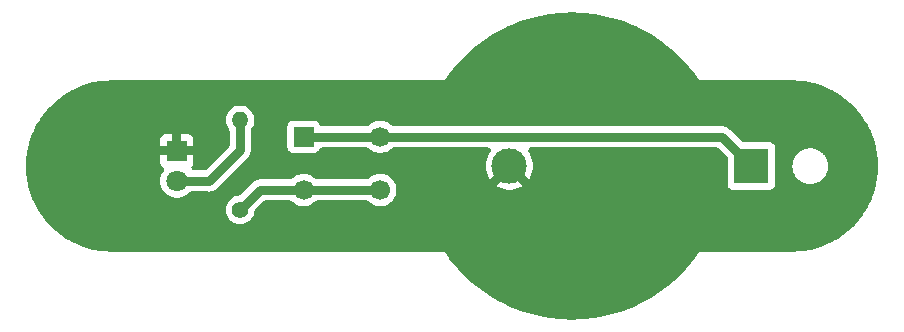
<source format=gbr>
%TF.GenerationSoftware,KiCad,Pcbnew,7.0.7*%
%TF.CreationDate,2023-12-09T08:55:25-03:00*%
%TF.ProjectId,led_torch,6c65645f-746f-4726-9368-2e6b69636164,A*%
%TF.SameCoordinates,Original*%
%TF.FileFunction,Copper,L2,Bot*%
%TF.FilePolarity,Positive*%
%FSLAX46Y46*%
G04 Gerber Fmt 4.6, Leading zero omitted, Abs format (unit mm)*
G04 Created by KiCad (PCBNEW 7.0.7) date 2023-12-09 08:55:25*
%MOMM*%
%LPD*%
G01*
G04 APERTURE LIST*
%TA.AperFunction,ComponentPad*%
%ADD10R,1.700000X1.700000*%
%TD*%
%TA.AperFunction,ComponentPad*%
%ADD11C,1.700000*%
%TD*%
%TA.AperFunction,ComponentPad*%
%ADD12C,1.400000*%
%TD*%
%TA.AperFunction,ComponentPad*%
%ADD13O,1.400000X1.400000*%
%TD*%
%TA.AperFunction,ComponentPad*%
%ADD14R,1.800000X1.800000*%
%TD*%
%TA.AperFunction,ComponentPad*%
%ADD15C,1.800000*%
%TD*%
%TA.AperFunction,ComponentPad*%
%ADD16R,3.000000X3.000000*%
%TD*%
%TA.AperFunction,ComponentPad*%
%ADD17C,3.000000*%
%TD*%
%TA.AperFunction,Conductor*%
%ADD18C,0.762000*%
%TD*%
G04 APERTURE END LIST*
D10*
%TO.P,SW1,1,1*%
%TO.N,/VCC*%
X130378676Y-101183148D03*
D11*
X136878676Y-101183148D03*
%TO.P,SW1,2,2*%
%TO.N,/SW*%
X130378676Y-105683148D03*
X136878676Y-105683148D03*
%TD*%
D12*
%TO.P,R1,1*%
%TO.N,/SW*%
X125003676Y-107368148D03*
D13*
%TO.P,R1,2*%
%TO.N,/ANODE*%
X125003676Y-99748148D03*
%TD*%
D14*
%TO.P,D1,1,K*%
%TO.N,/GND*%
X119653676Y-102383148D03*
D15*
%TO.P,D1,2,A*%
%TO.N,/ANODE*%
X119653676Y-104923148D03*
%TD*%
D16*
%TO.P,BT1,1,+*%
%TO.N,/VCC*%
X168303677Y-103658148D03*
D17*
%TO.P,BT1,2,-*%
%TO.N,/GND*%
X147813677Y-103658148D03*
%TD*%
D18*
%TO.N,/VCC*%
X165828677Y-101183148D02*
X136878676Y-101183148D01*
X136878676Y-101183148D02*
X130378676Y-101183148D01*
X168303677Y-103658148D02*
X165828677Y-101183148D01*
%TO.N,/ANODE*%
X119653676Y-104923148D02*
X122406852Y-104923148D01*
X125003676Y-102326324D02*
X125003676Y-99748148D01*
X122406852Y-104923148D02*
X125003676Y-102326324D01*
%TO.N,/SW*%
X130378676Y-105683148D02*
X126688676Y-105683148D01*
X126688676Y-105683148D02*
X125003676Y-107368148D01*
X130378676Y-105683148D02*
X136878676Y-105683148D01*
%TD*%
%TA.AperFunction,Conductor*%
%TO.N,/GND*%
G36*
X153271835Y-90656550D02*
G01*
X153277108Y-90656693D01*
X153651513Y-90666905D01*
X153988376Y-90685800D01*
X154367063Y-90716803D01*
X154702120Y-90754491D01*
X155078803Y-90806081D01*
X155410939Y-90862406D01*
X155784550Y-90934465D01*
X156112670Y-91009205D01*
X156466879Y-91097749D01*
X156482205Y-91101580D01*
X156805127Y-91194417D01*
X156856346Y-91210225D01*
X157169641Y-91306925D01*
X157486134Y-91417429D01*
X157844688Y-91549857D01*
X158122525Y-91664679D01*
X158153718Y-91677570D01*
X158505366Y-91829664D01*
X158805658Y-91973933D01*
X159149663Y-92145504D01*
X159440002Y-92305571D01*
X159775547Y-92496385D01*
X160049306Y-92667952D01*
X160054824Y-92671410D01*
X160381164Y-92881269D01*
X160646732Y-93069182D01*
X160647946Y-93070041D01*
X160870308Y-93230779D01*
X160962302Y-93297279D01*
X160966910Y-93300773D01*
X161194778Y-93481963D01*
X161217438Y-93499981D01*
X161521912Y-93746364D01*
X161526486Y-93750248D01*
X161761168Y-93959324D01*
X161976042Y-94153463D01*
X162055937Y-94225649D01*
X162060417Y-94229902D01*
X162276614Y-94445379D01*
X162322931Y-94492047D01*
X162562696Y-94733630D01*
X162567083Y-94738279D01*
X162759976Y-94953350D01*
X163040725Y-95268839D01*
X163044976Y-95273874D01*
X163201663Y-95469585D01*
X163488508Y-95829588D01*
X163492593Y-95835007D01*
X163527466Y-95883944D01*
X163884975Y-96386467D01*
X163897134Y-96408380D01*
X163897898Y-96409303D01*
X163901739Y-96410048D01*
X163901740Y-96410050D01*
X163901741Y-96410049D01*
X163928294Y-96415206D01*
X163928757Y-96415012D01*
X163979598Y-96409843D01*
X171778676Y-96408648D01*
X172303236Y-96427818D01*
X172312430Y-96428490D01*
X172680570Y-96468997D01*
X172835435Y-96486446D01*
X172844200Y-96487747D01*
X173169626Y-96547856D01*
X173362242Y-96584302D01*
X173370665Y-96586197D01*
X173674259Y-96665566D01*
X173880352Y-96720789D01*
X173888429Y-96723246D01*
X174176429Y-96821498D01*
X174386973Y-96895170D01*
X174394632Y-96898134D01*
X174588979Y-96980723D01*
X174669281Y-97014848D01*
X174879273Y-97106466D01*
X174886490Y-97109890D01*
X175072528Y-97205539D01*
X175148376Y-97244536D01*
X175354619Y-97353538D01*
X175361390Y-97357388D01*
X175532046Y-97461538D01*
X175610274Y-97509280D01*
X175810420Y-97635041D01*
X175816725Y-97639271D01*
X176052059Y-97807638D01*
X176052489Y-97807955D01*
X176244181Y-97949430D01*
X176249949Y-97953952D01*
X176403042Y-98081357D01*
X176471113Y-98138006D01*
X176653499Y-98294962D01*
X176658774Y-98299768D01*
X176864984Y-98498579D01*
X177036170Y-98669765D01*
X177040935Y-98674799D01*
X177231416Y-98887388D01*
X177390111Y-99071795D01*
X177394353Y-99076997D01*
X177568330Y-99302305D01*
X177713378Y-99498838D01*
X177717078Y-99504129D01*
X177862845Y-99724457D01*
X177873833Y-99741065D01*
X178004200Y-99948543D01*
X178007402Y-99953930D01*
X178016357Y-99969885D01*
X178146205Y-100201250D01*
X178261036Y-100418523D01*
X178263735Y-100423938D01*
X178383943Y-100680364D01*
X178482451Y-100906147D01*
X178484659Y-100911544D01*
X178585723Y-101175785D01*
X178668171Y-101411406D01*
X178750431Y-101684828D01*
X178815112Y-101926221D01*
X178877145Y-102204698D01*
X178923642Y-102450441D01*
X178965161Y-102732553D01*
X178993177Y-102981203D01*
X179013987Y-103265530D01*
X179023345Y-103515619D01*
X179023345Y-103800680D01*
X179013987Y-104050769D01*
X178993177Y-104335096D01*
X178965161Y-104583746D01*
X178923642Y-104865858D01*
X178877145Y-105111601D01*
X178815112Y-105390078D01*
X178750431Y-105631471D01*
X178668171Y-105904893D01*
X178585723Y-106140514D01*
X178484659Y-106404754D01*
X178482451Y-106410151D01*
X178383943Y-106635935D01*
X178263735Y-106892360D01*
X178261036Y-106897775D01*
X178146205Y-107115049D01*
X178007404Y-107362364D01*
X178004201Y-107367755D01*
X177873833Y-107575234D01*
X177717099Y-107812139D01*
X177713379Y-107817460D01*
X177568330Y-108013994D01*
X177394352Y-108239301D01*
X177390111Y-108244503D01*
X177231416Y-108428911D01*
X177040935Y-108641499D01*
X177036170Y-108646533D01*
X176864984Y-108817720D01*
X176658774Y-109016530D01*
X176653488Y-109021346D01*
X176471120Y-109178287D01*
X176249969Y-109362330D01*
X176244167Y-109366878D01*
X176052059Y-109508661D01*
X175816725Y-109677027D01*
X175810421Y-109681257D01*
X175610274Y-109807019D01*
X175361410Y-109958898D01*
X175354619Y-109962760D01*
X175148376Y-110071762D01*
X174886516Y-110206395D01*
X174879259Y-110209839D01*
X174669281Y-110301451D01*
X174394651Y-110418156D01*
X174386955Y-110421135D01*
X174176436Y-110494799D01*
X173888437Y-110593049D01*
X173880331Y-110595515D01*
X173674179Y-110650753D01*
X173370709Y-110730091D01*
X173362228Y-110731999D01*
X173169429Y-110768479D01*
X172844221Y-110828547D01*
X172835405Y-110829856D01*
X172680535Y-110847306D01*
X172312453Y-110887807D01*
X172303234Y-110888481D01*
X171778775Y-110907648D01*
X163979270Y-110906451D01*
X163940423Y-110898717D01*
X163898292Y-110906917D01*
X163896387Y-110909235D01*
X163884935Y-110929887D01*
X163529411Y-111429621D01*
X163492559Y-111481332D01*
X163488476Y-111486748D01*
X163202416Y-111845768D01*
X163044941Y-112042462D01*
X163040690Y-112047497D01*
X162760477Y-112362384D01*
X162567054Y-112578047D01*
X162562666Y-112582697D01*
X162276960Y-112870570D01*
X162060374Y-113086434D01*
X162055880Y-113090699D01*
X161761486Y-113356689D01*
X161526428Y-113566095D01*
X161521856Y-113569978D01*
X161217698Y-113816107D01*
X160966887Y-114015540D01*
X160962264Y-114019046D01*
X160648159Y-114246103D01*
X160381104Y-114435068D01*
X160055008Y-114644770D01*
X159775492Y-114819944D01*
X159440223Y-115010601D01*
X159149582Y-115170835D01*
X158805845Y-115342271D01*
X158505313Y-115486657D01*
X158153849Y-115638671D01*
X157844628Y-115766463D01*
X157486311Y-115898804D01*
X157169542Y-116009403D01*
X156805270Y-116121837D01*
X156482124Y-116214739D01*
X156112836Y-116307052D01*
X155784453Y-116381852D01*
X155411110Y-116453859D01*
X155078696Y-116510232D01*
X154702271Y-116561787D01*
X154366938Y-116599505D01*
X153988508Y-116630488D01*
X153651388Y-116649397D01*
X153271945Y-116659745D01*
X152934255Y-116659765D01*
X152554795Y-116649458D01*
X152217690Y-116630587D01*
X151839249Y-116599646D01*
X151503907Y-116561965D01*
X151127486Y-116510454D01*
X150795075Y-116454120D01*
X150421685Y-116382147D01*
X150093352Y-116307396D01*
X149724013Y-116215115D01*
X149400861Y-116122251D01*
X149036583Y-116009860D01*
X148719802Y-115899296D01*
X148361469Y-115766994D01*
X148052215Y-115639230D01*
X147700758Y-115487265D01*
X147400173Y-115342896D01*
X147056461Y-115171519D01*
X146852106Y-115058887D01*
X146765731Y-115011280D01*
X146764537Y-115010601D01*
X146430500Y-114820693D01*
X146429304Y-114819944D01*
X146150950Y-114645540D01*
X145824843Y-114435883D01*
X145557735Y-114246925D01*
X145243648Y-114019935D01*
X145239024Y-114016429D01*
X144988176Y-113817012D01*
X144683983Y-113570914D01*
X144679409Y-113567030D01*
X144444339Y-113357657D01*
X144149927Y-113091712D01*
X144145432Y-113087448D01*
X143928728Y-112871513D01*
X143643075Y-112583759D01*
X143638687Y-112579110D01*
X143637733Y-112578047D01*
X143445147Y-112363365D01*
X143164993Y-112048616D01*
X143160742Y-112043582D01*
X143120682Y-111993557D01*
X143003191Y-111846838D01*
X142856561Y-111662854D01*
X142717139Y-111487912D01*
X142713054Y-111482494D01*
X142676006Y-111430518D01*
X142320956Y-110931570D01*
X142309350Y-110910537D01*
X142307398Y-110908159D01*
X142277388Y-110902257D01*
X142276374Y-110902680D01*
X142226482Y-110907648D01*
X114128676Y-110907648D01*
X113604118Y-110888476D01*
X113594900Y-110887802D01*
X113223775Y-110846966D01*
X113072056Y-110829871D01*
X113063240Y-110828562D01*
X112735951Y-110768109D01*
X112545255Y-110732027D01*
X112536774Y-110730119D01*
X112231864Y-110650405D01*
X112027126Y-110595546D01*
X112019020Y-110593080D01*
X111729983Y-110494474D01*
X111650091Y-110466518D01*
X111520498Y-110421172D01*
X111512820Y-110418200D01*
X111237340Y-110301134D01*
X111028202Y-110209887D01*
X111020946Y-110206443D01*
X110758377Y-110071448D01*
X110552841Y-109962817D01*
X110546050Y-109958956D01*
X110296577Y-109806705D01*
X110097044Y-109681330D01*
X110090749Y-109677106D01*
X109854863Y-109508344D01*
X109663296Y-109366960D01*
X109657495Y-109362412D01*
X109435874Y-109177977D01*
X109253970Y-109021436D01*
X109248684Y-109016620D01*
X109042050Y-108817401D01*
X108871291Y-108646642D01*
X108866538Y-108641622D01*
X108720231Y-108478333D01*
X108675669Y-108428599D01*
X108661242Y-108411834D01*
X108517323Y-108244598D01*
X108513141Y-108239469D01*
X108338800Y-108013690D01*
X108310025Y-107974702D01*
X108194055Y-107817567D01*
X108190374Y-107812303D01*
X108083224Y-107650346D01*
X108033343Y-107574949D01*
X107932360Y-107414237D01*
X107903403Y-107368151D01*
X123790560Y-107368151D01*
X123808988Y-107578793D01*
X123808990Y-107578803D01*
X123863719Y-107783057D01*
X123953084Y-107974702D01*
X123953087Y-107974706D01*
X124074375Y-108147924D01*
X124223900Y-108297449D01*
X124397118Y-108418737D01*
X124397121Y-108418739D01*
X124505042Y-108469063D01*
X124588766Y-108508104D01*
X124793021Y-108562834D01*
X124793028Y-108562834D01*
X124793030Y-108562835D01*
X125003673Y-108581264D01*
X125003676Y-108581264D01*
X125003679Y-108581264D01*
X125214321Y-108562835D01*
X125214322Y-108562834D01*
X125214331Y-108562834D01*
X125418586Y-108508104D01*
X125610234Y-108418737D01*
X125783452Y-108297449D01*
X125932977Y-108147924D01*
X126054265Y-107974706D01*
X126143632Y-107783058D01*
X126198362Y-107578803D01*
X126204468Y-107509003D01*
X126232090Y-107414237D01*
X126277604Y-107352162D01*
X126983016Y-106646750D01*
X127065096Y-106591906D01*
X127161915Y-106572648D01*
X129240062Y-106572648D01*
X129336881Y-106591906D01*
X129418960Y-106646750D01*
X129426199Y-106654295D01*
X129455433Y-106686051D01*
X129455436Y-106686054D01*
X129633100Y-106824337D01*
X129831102Y-106931490D01*
X130044041Y-107004592D01*
X130265294Y-107041512D01*
X130266101Y-107041647D01*
X130266104Y-107041648D01*
X130266107Y-107041648D01*
X130491248Y-107041648D01*
X130491249Y-107041647D01*
X130713311Y-107004592D01*
X130926250Y-106931490D01*
X131124252Y-106824337D01*
X131301916Y-106686054D01*
X131331151Y-106654295D01*
X131410896Y-106596107D01*
X131506836Y-106572864D01*
X131517290Y-106572648D01*
X135740062Y-106572648D01*
X135836881Y-106591906D01*
X135918960Y-106646750D01*
X135926199Y-106654295D01*
X135955433Y-106686051D01*
X135955436Y-106686054D01*
X136133100Y-106824337D01*
X136331102Y-106931490D01*
X136544041Y-107004592D01*
X136765294Y-107041512D01*
X136766101Y-107041647D01*
X136766104Y-107041648D01*
X136766107Y-107041648D01*
X136991248Y-107041648D01*
X136991249Y-107041647D01*
X137213311Y-107004592D01*
X137426250Y-106931490D01*
X137624252Y-106824337D01*
X137801916Y-106686054D01*
X137954398Y-106520416D01*
X138077536Y-106331939D01*
X138167972Y-106125764D01*
X138223240Y-105907516D01*
X138241832Y-105683148D01*
X138223240Y-105458780D01*
X138167972Y-105240532D01*
X138100881Y-105087578D01*
X138077537Y-105034358D01*
X137954397Y-104845878D01*
X137801922Y-104680248D01*
X137801919Y-104680245D01*
X137801916Y-104680242D01*
X137624252Y-104541959D01*
X137426250Y-104434806D01*
X137213311Y-104361704D01*
X137213310Y-104361703D01*
X137213308Y-104361703D01*
X136991249Y-104324648D01*
X136991245Y-104324648D01*
X136766107Y-104324648D01*
X136766103Y-104324648D01*
X136544043Y-104361703D01*
X136502092Y-104376105D01*
X136331102Y-104434806D01*
X136331100Y-104434806D01*
X136331100Y-104434807D01*
X136133099Y-104541959D01*
X135955433Y-104680244D01*
X135926199Y-104712001D01*
X135846456Y-104770189D01*
X135750516Y-104793432D01*
X135740062Y-104793648D01*
X131517290Y-104793648D01*
X131420471Y-104774390D01*
X131338392Y-104719546D01*
X131331153Y-104712001D01*
X131301918Y-104680244D01*
X131301917Y-104680243D01*
X131301916Y-104680242D01*
X131124252Y-104541959D01*
X130926250Y-104434806D01*
X130713311Y-104361704D01*
X130713310Y-104361703D01*
X130713308Y-104361703D01*
X130491249Y-104324648D01*
X130491245Y-104324648D01*
X130266107Y-104324648D01*
X130266103Y-104324648D01*
X130044043Y-104361703D01*
X130002092Y-104376105D01*
X129831102Y-104434806D01*
X129831100Y-104434806D01*
X129831100Y-104434807D01*
X129633099Y-104541959D01*
X129455433Y-104680244D01*
X129426199Y-104712001D01*
X129346456Y-104770189D01*
X129250516Y-104793432D01*
X129240062Y-104793648D01*
X126778592Y-104793648D01*
X126739016Y-104790533D01*
X126735486Y-104789974D01*
X126735484Y-104789974D01*
X126726967Y-104790420D01*
X126668663Y-104793475D01*
X126662070Y-104793648D01*
X126642047Y-104793648D01*
X126622154Y-104795739D01*
X126615556Y-104796258D01*
X126554409Y-104799462D01*
X126548761Y-104799759D01*
X126548760Y-104799759D01*
X126548746Y-104799761D01*
X126545285Y-104800689D01*
X126506281Y-104807918D01*
X126502728Y-104808291D01*
X126502711Y-104808295D01*
X126439101Y-104828963D01*
X126432753Y-104830843D01*
X126368153Y-104848153D01*
X126368149Y-104848155D01*
X126364956Y-104849782D01*
X126328298Y-104864966D01*
X126324891Y-104866072D01*
X126266965Y-104899516D01*
X126261146Y-104902675D01*
X126201549Y-104933041D01*
X126201546Y-104933043D01*
X126198761Y-104935299D01*
X126166065Y-104957770D01*
X126162966Y-104959558D01*
X126162962Y-104959561D01*
X126113252Y-105004320D01*
X126108221Y-105008616D01*
X126092668Y-105021211D01*
X126078515Y-105035364D01*
X126073719Y-105039915D01*
X126024007Y-105084678D01*
X126024004Y-105084682D01*
X126021900Y-105087578D01*
X125996125Y-105117754D01*
X125019663Y-106094216D01*
X124937584Y-106149060D01*
X124862818Y-106167355D01*
X124831724Y-106170075D01*
X124793021Y-106173462D01*
X124793019Y-106173462D01*
X124793013Y-106173463D01*
X124588767Y-106228191D01*
X124397121Y-106317556D01*
X124223898Y-106438848D01*
X124074376Y-106588370D01*
X123953084Y-106761593D01*
X123863719Y-106953238D01*
X123808990Y-107157492D01*
X123808988Y-107157502D01*
X123790560Y-107368144D01*
X123790560Y-107368151D01*
X107903403Y-107368151D01*
X107903216Y-107367854D01*
X107900039Y-107362508D01*
X107784979Y-107157493D01*
X107761000Y-107114766D01*
X107691266Y-106982823D01*
X107646390Y-106897915D01*
X107643697Y-106892509D01*
X107523289Y-106635655D01*
X107424973Y-106410312D01*
X107422769Y-106404924D01*
X107394743Y-106331648D01*
X107321534Y-106140236D01*
X107309674Y-106106342D01*
X107239243Y-105905060D01*
X107156854Y-105631209D01*
X107139480Y-105566369D01*
X107092292Y-105390260D01*
X107030162Y-105111354D01*
X106994552Y-104923148D01*
X118240349Y-104923148D01*
X118242262Y-104946231D01*
X118259624Y-105155771D01*
X118259625Y-105155777D01*
X118315966Y-105378262D01*
X118316927Y-105382055D01*
X118410692Y-105595817D01*
X118410695Y-105595823D01*
X118482104Y-105705122D01*
X118538362Y-105791231D01*
X118696456Y-105962966D01*
X118696460Y-105962969D01*
X118696462Y-105962971D01*
X118880657Y-106106337D01*
X118880666Y-106106342D01*
X118943323Y-106140250D01*
X119085949Y-106217435D01*
X119306725Y-106293228D01*
X119306729Y-106293228D01*
X119306730Y-106293229D01*
X119536960Y-106331648D01*
X119536964Y-106331648D01*
X119770391Y-106331648D01*
X120000621Y-106293229D01*
X120000620Y-106293229D01*
X120000627Y-106293228D01*
X120221403Y-106217435D01*
X120426693Y-106106338D01*
X120610896Y-105962966D01*
X120674113Y-105894294D01*
X120753855Y-105836107D01*
X120849795Y-105812864D01*
X120860250Y-105812648D01*
X122316936Y-105812648D01*
X122356511Y-105815762D01*
X122360042Y-105816322D01*
X122426864Y-105812820D01*
X122433458Y-105812648D01*
X122453472Y-105812648D01*
X122473381Y-105810554D01*
X122479944Y-105810037D01*
X122546767Y-105806537D01*
X122550215Y-105805612D01*
X122589270Y-105798375D01*
X122590710Y-105798223D01*
X122592808Y-105798003D01*
X122656445Y-105777325D01*
X122662752Y-105775457D01*
X122727376Y-105758142D01*
X122730549Y-105756524D01*
X122767248Y-105741323D01*
X122770637Y-105740223D01*
X122828599Y-105706757D01*
X122834369Y-105703625D01*
X122893977Y-105673255D01*
X122896739Y-105671017D01*
X122929480Y-105648514D01*
X122932567Y-105646733D01*
X122982270Y-105601978D01*
X122987292Y-105597689D01*
X123002858Y-105585085D01*
X123017026Y-105570915D01*
X123021779Y-105566404D01*
X123071521Y-105521618D01*
X123073616Y-105518733D01*
X123099401Y-105488540D01*
X125569068Y-103018873D01*
X125599261Y-102993088D01*
X125602146Y-102990993D01*
X125646932Y-102941251D01*
X125651443Y-102936498D01*
X125665613Y-102922330D01*
X125678217Y-102906764D01*
X125682511Y-102901738D01*
X125727261Y-102852039D01*
X125729042Y-102848952D01*
X125751545Y-102816211D01*
X125753783Y-102813449D01*
X125784153Y-102753841D01*
X125787285Y-102748071D01*
X125820751Y-102690109D01*
X125821851Y-102686720D01*
X125837052Y-102650021D01*
X125838670Y-102646848D01*
X125855985Y-102582224D01*
X125857853Y-102575917D01*
X125878531Y-102512280D01*
X125878903Y-102508742D01*
X125886140Y-102469687D01*
X125887065Y-102466239D01*
X125890565Y-102399416D01*
X125891084Y-102392836D01*
X125893176Y-102372944D01*
X125893176Y-102352930D01*
X125893348Y-102346336D01*
X125896850Y-102279514D01*
X125896291Y-102275983D01*
X125893176Y-102236407D01*
X125893176Y-102081782D01*
X129020176Y-102081782D01*
X129020177Y-102081802D01*
X129026685Y-102142344D01*
X129030997Y-102153904D01*
X129077787Y-102279352D01*
X129077788Y-102279353D01*
X129077789Y-102279356D01*
X129165413Y-102396407D01*
X129165416Y-102396410D01*
X129282467Y-102484034D01*
X129282468Y-102484034D01*
X129282472Y-102484037D01*
X129419475Y-102535137D01*
X129419478Y-102535137D01*
X129419480Y-102535138D01*
X129419478Y-102535138D01*
X129467741Y-102540326D01*
X129480038Y-102541648D01*
X129480041Y-102541648D01*
X131277311Y-102541648D01*
X131277314Y-102541648D01*
X131300155Y-102539192D01*
X131337872Y-102535138D01*
X131337873Y-102535137D01*
X131337877Y-102535137D01*
X131474880Y-102484037D01*
X131591937Y-102396409D01*
X131679565Y-102279352D01*
X131695274Y-102237232D01*
X131747152Y-102153250D01*
X131827222Y-102095511D01*
X131923292Y-102072809D01*
X131932322Y-102072648D01*
X135740062Y-102072648D01*
X135836881Y-102091906D01*
X135918960Y-102146750D01*
X135926199Y-102154295D01*
X135946241Y-102176066D01*
X135955436Y-102186054D01*
X136133100Y-102324337D01*
X136331102Y-102431490D01*
X136544041Y-102504592D01*
X136765294Y-102541512D01*
X136766101Y-102541647D01*
X136766104Y-102541648D01*
X136766107Y-102541648D01*
X136991248Y-102541648D01*
X136991249Y-102541647D01*
X137213311Y-102504592D01*
X137426250Y-102431490D01*
X137624252Y-102324337D01*
X137801916Y-102186054D01*
X137828066Y-102157648D01*
X137831153Y-102154295D01*
X137910896Y-102096107D01*
X138006836Y-102072864D01*
X138017290Y-102072648D01*
X145986714Y-102072648D01*
X146083533Y-102091906D01*
X146165612Y-102146750D01*
X146220456Y-102228829D01*
X146239714Y-102325648D01*
X146220456Y-102422467D01*
X146193408Y-102471548D01*
X146093994Y-102612386D01*
X145967611Y-102856293D01*
X145875620Y-103115130D01*
X145875619Y-103115135D01*
X145819731Y-103384079D01*
X145819731Y-103384082D01*
X145800985Y-103658144D01*
X145800985Y-103658151D01*
X145819731Y-103932213D01*
X145819731Y-103932216D01*
X145875619Y-104201160D01*
X145875620Y-104201165D01*
X145967611Y-104460002D01*
X146093994Y-104703909D01*
X146149899Y-104783109D01*
X146840730Y-104092278D01*
X146922809Y-104037435D01*
X147019628Y-104018176D01*
X147116447Y-104037434D01*
X147198526Y-104092278D01*
X147222560Y-104120088D01*
X147264433Y-104176333D01*
X147325511Y-104227584D01*
X147362793Y-104258868D01*
X147424581Y-104335855D01*
X147452203Y-104430627D01*
X147441456Y-104528756D01*
X147393974Y-104615303D01*
X147379064Y-104631574D01*
X146687313Y-105323325D01*
X146887703Y-105445184D01*
X146887707Y-105445186D01*
X147139651Y-105554623D01*
X147139669Y-105554629D01*
X147404181Y-105628742D01*
X147404183Y-105628743D01*
X147676330Y-105666147D01*
X147676332Y-105666148D01*
X147951022Y-105666148D01*
X147951023Y-105666147D01*
X148223170Y-105628743D01*
X148223172Y-105628742D01*
X148487684Y-105554629D01*
X148487702Y-105554623D01*
X148739648Y-105445186D01*
X148940039Y-105323325D01*
X148249770Y-104633056D01*
X148194926Y-104550977D01*
X148175668Y-104454158D01*
X148194926Y-104357339D01*
X148249770Y-104275260D01*
X148289643Y-104242779D01*
X148299050Y-104236593D01*
X148332475Y-104201165D01*
X148427055Y-104100915D01*
X148507504Y-104043707D01*
X148603721Y-104021640D01*
X148701059Y-104038074D01*
X148784699Y-104090507D01*
X148789979Y-104095635D01*
X149477454Y-104783110D01*
X149533354Y-104703918D01*
X149533357Y-104703912D01*
X149659742Y-104460002D01*
X149751733Y-104201165D01*
X149751734Y-104201160D01*
X149807622Y-103932216D01*
X149807622Y-103932213D01*
X149826369Y-103658151D01*
X149826369Y-103658144D01*
X149807622Y-103384082D01*
X149807622Y-103384079D01*
X149751734Y-103115135D01*
X149751733Y-103115130D01*
X149659742Y-102856293D01*
X149533359Y-102612386D01*
X149433946Y-102471548D01*
X149393847Y-102381343D01*
X149391319Y-102282660D01*
X149426748Y-102190521D01*
X149494740Y-102118954D01*
X149584945Y-102078855D01*
X149640640Y-102072648D01*
X165355438Y-102072648D01*
X165452257Y-102091906D01*
X165534336Y-102146750D01*
X166221075Y-102833488D01*
X166275918Y-102915567D01*
X166295177Y-103012386D01*
X166295177Y-105206782D01*
X166295178Y-105206802D01*
X166301686Y-105267344D01*
X166301688Y-105267349D01*
X166352788Y-105404352D01*
X166352789Y-105404353D01*
X166352790Y-105404356D01*
X166440414Y-105521407D01*
X166440417Y-105521410D01*
X166557468Y-105609034D01*
X166557469Y-105609034D01*
X166557473Y-105609037D01*
X166694476Y-105660137D01*
X166694479Y-105660137D01*
X166694481Y-105660138D01*
X166694479Y-105660138D01*
X166742742Y-105665326D01*
X166755039Y-105666648D01*
X166755042Y-105666648D01*
X169852312Y-105666648D01*
X169852315Y-105666648D01*
X169875156Y-105664192D01*
X169912873Y-105660138D01*
X169912874Y-105660137D01*
X169912878Y-105660137D01*
X170049881Y-105609037D01*
X170166938Y-105521409D01*
X170254566Y-105404352D01*
X170305666Y-105267349D01*
X170312177Y-105206786D01*
X170312177Y-103693180D01*
X171766375Y-103693180D01*
X171777787Y-103761560D01*
X171781238Y-103803206D01*
X171781238Y-103865359D01*
X171793308Y-103904411D01*
X171793823Y-103907496D01*
X171792767Y-103941610D01*
X171815280Y-104007189D01*
X171825537Y-104047692D01*
X171835771Y-104109021D01*
X171854127Y-104145614D01*
X171855142Y-104148573D01*
X171859696Y-104182332D01*
X171892682Y-104243284D01*
X171909467Y-104281550D01*
X171929648Y-104340335D01*
X171953740Y-104373347D01*
X171955233Y-104376105D01*
X171965316Y-104408722D01*
X172007900Y-104463435D01*
X172030753Y-104498413D01*
X172060340Y-104553084D01*
X172089532Y-104581675D01*
X172091451Y-104584140D01*
X172106759Y-104614643D01*
X172157763Y-104661597D01*
X172186062Y-104692338D01*
X172224246Y-104741398D01*
X172257734Y-104764783D01*
X172258927Y-104765881D01*
X172258932Y-104765886D01*
X172258936Y-104765889D01*
X172260038Y-104766903D01*
X172280182Y-104794496D01*
X172338207Y-104832406D01*
X172371185Y-104858074D01*
X172416922Y-104900179D01*
X172453838Y-104917754D01*
X172456468Y-104919472D01*
X172480854Y-104943356D01*
X172544332Y-104971199D01*
X172581087Y-104991089D01*
X172633117Y-105025082D01*
X172672412Y-105036338D01*
X172673862Y-105036974D01*
X172673866Y-105036976D01*
X172673869Y-105036977D01*
X172675276Y-105037594D01*
X172703261Y-105057139D01*
X172770477Y-105074160D01*
X172809997Y-105087726D01*
X172866921Y-105112694D01*
X172907502Y-105117324D01*
X172909059Y-105117718D01*
X172909062Y-105117719D01*
X172909064Y-105117719D01*
X172910537Y-105118092D01*
X172941366Y-105132763D01*
X173010460Y-105138490D01*
X173051674Y-105145368D01*
X173111952Y-105160632D01*
X173152805Y-105158521D01*
X173155928Y-105158780D01*
X173188717Y-105168176D01*
X173257781Y-105162452D01*
X173299576Y-105162452D01*
X173361496Y-105167584D01*
X173401409Y-105158781D01*
X173404530Y-105158522D01*
X173438456Y-105162390D01*
X173505679Y-105145368D01*
X173546890Y-105138490D01*
X173608849Y-105133354D01*
X173646776Y-105118102D01*
X173648285Y-105117719D01*
X173648290Y-105117719D01*
X173648294Y-105117717D01*
X173649809Y-105117334D01*
X173683868Y-105115573D01*
X173747355Y-105087726D01*
X173786875Y-105074160D01*
X173847146Y-105058897D01*
X173882054Y-105037604D01*
X173884915Y-105036349D01*
X173918235Y-105029001D01*
X173976259Y-104991092D01*
X174013015Y-104971200D01*
X174069939Y-104946231D01*
X174100890Y-104919467D01*
X174102177Y-104918626D01*
X174102185Y-104918622D01*
X174102192Y-104918616D01*
X174103514Y-104917753D01*
X174135159Y-104905029D01*
X174186162Y-104858076D01*
X174219142Y-104832406D01*
X174271175Y-104798410D01*
X174297288Y-104766927D01*
X174298413Y-104765890D01*
X174298420Y-104765886D01*
X174298425Y-104765880D01*
X174299587Y-104764811D01*
X174328699Y-104747056D01*
X174371288Y-104692338D01*
X174399587Y-104661596D01*
X174445320Y-104619494D01*
X174465858Y-104584194D01*
X174466834Y-104582939D01*
X174466840Y-104582933D01*
X174466844Y-104582925D01*
X174467772Y-104581734D01*
X174493597Y-104559390D01*
X174526596Y-104498415D01*
X174549451Y-104463433D01*
X174587636Y-104414373D01*
X174602112Y-104376115D01*
X174602843Y-104374762D01*
X174602849Y-104374755D01*
X174602852Y-104374746D01*
X174603601Y-104373364D01*
X174625376Y-104347112D01*
X174647882Y-104281554D01*
X174664668Y-104243285D01*
X174694246Y-104188630D01*
X174702212Y-104148562D01*
X174702733Y-104147040D01*
X174702739Y-104147029D01*
X174702742Y-104147016D01*
X174703224Y-104145612D01*
X174720400Y-104116081D01*
X174731812Y-104047698D01*
X174742070Y-104007192D01*
X174762260Y-103948380D01*
X174763251Y-103916427D01*
X174762920Y-103916400D01*
X174763451Y-103909979D01*
X174763529Y-103907498D01*
X174763784Y-103905968D01*
X174766028Y-103878890D01*
X174771557Y-103812151D01*
X174772847Y-103801801D01*
X174776114Y-103782229D01*
X174776114Y-103782225D01*
X174789796Y-103700238D01*
X174784319Y-103659705D01*
X174784319Y-103656588D01*
X174790975Y-103623120D01*
X174772850Y-103514505D01*
X174771556Y-103504123D01*
X174763784Y-103410325D01*
X174763527Y-103408785D01*
X174763562Y-103407641D01*
X174762920Y-103399897D01*
X174763804Y-103399823D01*
X174764584Y-103374686D01*
X174742071Y-103309108D01*
X174731814Y-103268603D01*
X174721582Y-103207288D01*
X174703249Y-103170753D01*
X174702235Y-103167800D01*
X174697660Y-103133973D01*
X174664667Y-103073008D01*
X174647881Y-103034738D01*
X174627698Y-102975946D01*
X174603562Y-102942859D01*
X174602072Y-102940104D01*
X174592025Y-102907561D01*
X174549452Y-102852863D01*
X174526599Y-102817883D01*
X174497008Y-102763204D01*
X174467769Y-102734557D01*
X174465852Y-102732093D01*
X174450581Y-102701643D01*
X174399584Y-102654694D01*
X174371288Y-102623956D01*
X174333096Y-102574887D01*
X174299572Y-102551470D01*
X174297268Y-102549349D01*
X174277160Y-102521792D01*
X174219141Y-102483886D01*
X174186165Y-102458220D01*
X174140430Y-102416117D01*
X174103492Y-102398528D01*
X174100861Y-102396809D01*
X174076489Y-102372934D01*
X174013015Y-102345093D01*
X173976262Y-102325203D01*
X173924244Y-102291217D01*
X173884953Y-102279963D01*
X173882084Y-102278705D01*
X173854087Y-102259155D01*
X173786873Y-102242134D01*
X173747355Y-102228568D01*
X173690422Y-102203596D01*
X173649757Y-102198948D01*
X173646719Y-102198178D01*
X173615961Y-102183525D01*
X173546885Y-102177802D01*
X173505669Y-102170924D01*
X173445404Y-102155663D01*
X173404516Y-102157773D01*
X173401398Y-102157514D01*
X173368645Y-102148123D01*
X173299568Y-102153847D01*
X173257784Y-102153847D01*
X173195844Y-102148714D01*
X173155946Y-102157514D01*
X173152827Y-102157773D01*
X173118892Y-102153904D01*
X173051683Y-102170924D01*
X173010471Y-102177801D01*
X172948533Y-102182933D01*
X172910650Y-102198174D01*
X172907609Y-102198945D01*
X172873485Y-102200719D01*
X172809992Y-102228569D01*
X172770476Y-102242135D01*
X172710205Y-102257397D01*
X172675284Y-102278697D01*
X172672411Y-102279957D01*
X172639106Y-102287298D01*
X172581087Y-102325204D01*
X172544337Y-102345092D01*
X172487422Y-102370056D01*
X172456476Y-102396818D01*
X172453840Y-102398540D01*
X172422185Y-102411268D01*
X172371183Y-102458221D01*
X172338208Y-102483888D01*
X172286190Y-102517873D01*
X172260098Y-102549336D01*
X172257790Y-102551461D01*
X172228649Y-102569238D01*
X172186061Y-102623956D01*
X172157766Y-102654694D01*
X172112036Y-102696793D01*
X172091488Y-102732107D01*
X172089566Y-102734577D01*
X172063749Y-102756910D01*
X172030752Y-102817883D01*
X172007899Y-102852862D01*
X171969716Y-102901919D01*
X171955240Y-102940177D01*
X171953745Y-102942939D01*
X171931973Y-102969186D01*
X171909467Y-103034743D01*
X171892683Y-103073008D01*
X171863100Y-103127671D01*
X171855120Y-103167789D01*
X171854103Y-103170751D01*
X171836946Y-103200228D01*
X171825536Y-103268603D01*
X171815279Y-103309104D01*
X171795094Y-103367901D01*
X171793829Y-103408756D01*
X171793314Y-103411844D01*
X171781238Y-103443771D01*
X171781238Y-103513091D01*
X171777787Y-103554735D01*
X171767554Y-103616050D01*
X171773033Y-103656583D01*
X171773033Y-103659711D01*
X171766375Y-103693180D01*
X170312177Y-103693180D01*
X170312177Y-102109510D01*
X170309198Y-102081802D01*
X170305667Y-102048951D01*
X170305666Y-102048947D01*
X170254566Y-101911944D01*
X170254563Y-101911940D01*
X170254563Y-101911939D01*
X170166939Y-101794888D01*
X170166936Y-101794885D01*
X170049885Y-101707261D01*
X170049882Y-101707260D01*
X170049881Y-101707259D01*
X169912878Y-101656159D01*
X169912877Y-101656158D01*
X169912872Y-101656157D01*
X169912874Y-101656157D01*
X169852331Y-101649649D01*
X169852317Y-101649648D01*
X169852315Y-101649648D01*
X169852312Y-101649648D01*
X167657916Y-101649648D01*
X167561097Y-101630390D01*
X167479018Y-101575546D01*
X166521229Y-100617757D01*
X166495446Y-100587569D01*
X166493346Y-100584678D01*
X166493342Y-100584674D01*
X166493341Y-100584673D01*
X166474231Y-100567467D01*
X166443625Y-100539909D01*
X166438837Y-100535365D01*
X166424688Y-100521216D01*
X166424683Y-100521211D01*
X166409127Y-100508613D01*
X166404107Y-100504326D01*
X166354392Y-100459563D01*
X166354391Y-100459562D01*
X166351291Y-100457772D01*
X166318580Y-100435290D01*
X166315803Y-100433041D01*
X166256202Y-100402673D01*
X166250381Y-100399512D01*
X166192466Y-100366074D01*
X166191092Y-100365628D01*
X166189058Y-100364966D01*
X166152384Y-100349776D01*
X166149201Y-100348154D01*
X166149199Y-100348153D01*
X166084590Y-100330840D01*
X166078243Y-100328960D01*
X166014637Y-100308294D01*
X166014634Y-100308293D01*
X166014633Y-100308293D01*
X166011072Y-100307918D01*
X165972060Y-100300688D01*
X165968601Y-100299761D01*
X165968595Y-100299760D01*
X165968592Y-100299759D01*
X165968589Y-100299758D01*
X165968585Y-100299758D01*
X165926957Y-100297577D01*
X165901782Y-100296257D01*
X165895194Y-100295739D01*
X165875297Y-100293648D01*
X165855283Y-100293648D01*
X165848689Y-100293475D01*
X165781867Y-100289974D01*
X165778336Y-100290533D01*
X165738761Y-100293648D01*
X138017290Y-100293648D01*
X137920471Y-100274390D01*
X137838392Y-100219546D01*
X137831153Y-100212001D01*
X137801918Y-100180244D01*
X137801917Y-100180243D01*
X137801916Y-100180242D01*
X137624252Y-100041959D01*
X137426250Y-99934806D01*
X137213311Y-99861704D01*
X137213310Y-99861703D01*
X137213308Y-99861703D01*
X136991249Y-99824648D01*
X136991245Y-99824648D01*
X136766107Y-99824648D01*
X136766103Y-99824648D01*
X136544043Y-99861703D01*
X136486112Y-99881591D01*
X136331102Y-99934806D01*
X136331100Y-99934806D01*
X136331100Y-99934807D01*
X136133099Y-100041959D01*
X135955433Y-100180244D01*
X135926199Y-100212001D01*
X135846456Y-100270189D01*
X135750516Y-100293432D01*
X135740062Y-100293648D01*
X131932322Y-100293648D01*
X131835503Y-100274390D01*
X131753424Y-100219546D01*
X131698580Y-100137467D01*
X131695274Y-100129062D01*
X131687142Y-100107259D01*
X131679565Y-100086944D01*
X131679563Y-100086941D01*
X131591938Y-99969888D01*
X131591935Y-99969885D01*
X131474884Y-99882261D01*
X131474881Y-99882260D01*
X131474880Y-99882259D01*
X131337877Y-99831159D01*
X131337876Y-99831158D01*
X131337871Y-99831157D01*
X131337873Y-99831157D01*
X131277330Y-99824649D01*
X131277316Y-99824648D01*
X131277314Y-99824648D01*
X129480038Y-99824648D01*
X129480035Y-99824648D01*
X129480021Y-99824649D01*
X129419479Y-99831157D01*
X129311243Y-99871527D01*
X129284253Y-99881595D01*
X129282467Y-99882261D01*
X129165416Y-99969885D01*
X129165413Y-99969888D01*
X129077789Y-100086939D01*
X129026685Y-100223951D01*
X129020177Y-100284493D01*
X129020176Y-100284513D01*
X129020176Y-102081782D01*
X125893176Y-102081782D01*
X125893176Y-100664536D01*
X125912434Y-100567717D01*
X125938931Y-100519421D01*
X126054263Y-100354709D01*
X126054266Y-100354704D01*
X126076082Y-100307919D01*
X126143632Y-100163058D01*
X126198362Y-99958803D01*
X126199265Y-99948480D01*
X126216792Y-99748151D01*
X126216792Y-99748144D01*
X126198363Y-99537502D01*
X126198362Y-99537500D01*
X126198362Y-99537493D01*
X126143632Y-99333238D01*
X126092635Y-99223874D01*
X126054267Y-99141593D01*
X126054265Y-99141590D01*
X125932977Y-98968372D01*
X125783452Y-98818847D01*
X125610234Y-98697559D01*
X125610230Y-98697556D01*
X125418584Y-98608191D01*
X125418585Y-98608191D01*
X125214331Y-98553462D01*
X125214321Y-98553460D01*
X125003679Y-98535032D01*
X125003673Y-98535032D01*
X124793030Y-98553460D01*
X124793020Y-98553462D01*
X124588766Y-98608191D01*
X124397121Y-98697556D01*
X124223898Y-98818848D01*
X124074376Y-98968370D01*
X123953084Y-99141593D01*
X123863719Y-99333238D01*
X123808990Y-99537492D01*
X123808988Y-99537502D01*
X123790560Y-99748144D01*
X123790560Y-99748151D01*
X123808988Y-99958793D01*
X123808990Y-99958803D01*
X123863719Y-100163057D01*
X123953085Y-100354704D01*
X123953088Y-100354709D01*
X124068421Y-100519421D01*
X124108179Y-100609777D01*
X124114176Y-100664536D01*
X124114176Y-101853085D01*
X124094918Y-101949904D01*
X124040074Y-102031983D01*
X122112511Y-103959546D01*
X122030432Y-104014390D01*
X121933613Y-104033648D01*
X121131859Y-104033648D01*
X121035040Y-104014390D01*
X120952961Y-103959546D01*
X120898117Y-103877467D01*
X120878859Y-103780648D01*
X120898117Y-103683829D01*
X120929323Y-103629030D01*
X121004120Y-103529113D01*
X121004123Y-103529107D01*
X121055170Y-103392244D01*
X121055172Y-103392237D01*
X121061675Y-103331753D01*
X121061676Y-103331735D01*
X121061676Y-102764148D01*
X120345540Y-102764148D01*
X120248721Y-102744890D01*
X120166642Y-102690046D01*
X120111798Y-102607967D01*
X120092540Y-102511148D01*
X120098883Y-102454852D01*
X120107485Y-102417160D01*
X120107485Y-102417159D01*
X120107486Y-102417156D01*
X120097349Y-102281883D01*
X120097348Y-102281882D01*
X120096762Y-102274053D01*
X120108732Y-102176066D01*
X120157289Y-102090118D01*
X120235040Y-102029295D01*
X120330150Y-102002855D01*
X120349055Y-102002148D01*
X121061676Y-102002148D01*
X121061676Y-101434560D01*
X121061675Y-101434542D01*
X121055172Y-101374058D01*
X121055170Y-101374051D01*
X121004123Y-101237188D01*
X121004120Y-101237182D01*
X120916581Y-101120245D01*
X120916578Y-101120242D01*
X120799641Y-101032703D01*
X120799635Y-101032700D01*
X120662772Y-100981653D01*
X120662765Y-100981651D01*
X120602281Y-100975148D01*
X120034676Y-100975148D01*
X120034676Y-101686946D01*
X120015418Y-101783765D01*
X119960574Y-101865844D01*
X119878495Y-101920688D01*
X119781676Y-101939946D01*
X119740581Y-101933756D01*
X119740247Y-101935974D01*
X119721506Y-101933149D01*
X119721503Y-101933148D01*
X119619952Y-101933148D01*
X119619950Y-101933148D01*
X119563383Y-101941674D01*
X119464775Y-101937061D01*
X119375439Y-101895063D01*
X119308975Y-101822074D01*
X119275502Y-101729207D01*
X119272676Y-101691500D01*
X119272676Y-100975148D01*
X118705070Y-100975148D01*
X118644586Y-100981651D01*
X118644579Y-100981653D01*
X118507716Y-101032700D01*
X118507710Y-101032703D01*
X118390773Y-101120242D01*
X118390770Y-101120245D01*
X118303231Y-101237182D01*
X118303228Y-101237188D01*
X118252181Y-101374051D01*
X118252179Y-101374058D01*
X118245676Y-101434542D01*
X118245676Y-102002148D01*
X118961812Y-102002148D01*
X119058631Y-102021406D01*
X119140710Y-102076250D01*
X119195554Y-102158329D01*
X119214812Y-102255148D01*
X119208469Y-102311444D01*
X119199866Y-102349135D01*
X119199866Y-102349136D01*
X119199866Y-102349139D01*
X119199866Y-102349140D01*
X119205361Y-102422467D01*
X119210590Y-102492243D01*
X119198620Y-102590230D01*
X119150063Y-102676178D01*
X119072312Y-102737001D01*
X118977202Y-102763441D01*
X118958297Y-102764148D01*
X118245676Y-102764148D01*
X118245676Y-103331753D01*
X118252179Y-103392237D01*
X118252181Y-103392244D01*
X118303228Y-103529107D01*
X118303231Y-103529113D01*
X118390769Y-103646049D01*
X118479347Y-103712358D01*
X118545313Y-103785797D01*
X118578154Y-103878890D01*
X118572870Y-103977464D01*
X118539532Y-104053273D01*
X118410695Y-104250472D01*
X118316927Y-104464241D01*
X118316926Y-104464244D01*
X118259625Y-104690518D01*
X118259624Y-104690524D01*
X118240349Y-104923146D01*
X118240349Y-104923148D01*
X106994552Y-104923148D01*
X106983750Y-104866060D01*
X106942164Y-104583488D01*
X106914203Y-104335326D01*
X106893358Y-104050516D01*
X106884019Y-103800894D01*
X106884019Y-103515405D01*
X106886699Y-103443771D01*
X106893357Y-103265786D01*
X106914203Y-102980975D01*
X106942165Y-102732805D01*
X106983752Y-102450224D01*
X107030160Y-102204955D01*
X107092295Y-101926026D01*
X107108422Y-101865844D01*
X107156850Y-101685102D01*
X107239244Y-101411233D01*
X107300148Y-101237182D01*
X107321533Y-101176066D01*
X107422780Y-100911345D01*
X107424960Y-100906017D01*
X107523284Y-100680655D01*
X107643715Y-100423752D01*
X107646373Y-100418417D01*
X107760981Y-100201566D01*
X107900059Y-99953755D01*
X107903194Y-99948480D01*
X108033330Y-99741368D01*
X108190399Y-99503959D01*
X108194047Y-99498742D01*
X108338795Y-99302615D01*
X108513170Y-99076792D01*
X108517292Y-99071737D01*
X108675643Y-98887728D01*
X108866572Y-98674640D01*
X108871255Y-98669693D01*
X109042022Y-98498925D01*
X109248693Y-98299669D01*
X109253971Y-98294862D01*
X109435874Y-98138322D01*
X109445082Y-98130658D01*
X109657506Y-97953878D01*
X109663288Y-97949344D01*
X109854864Y-97807955D01*
X110090809Y-97639150D01*
X110096990Y-97635003D01*
X110296528Y-97509624D01*
X110546084Y-97357322D01*
X110552815Y-97353494D01*
X110758300Y-97244891D01*
X111020959Y-97109848D01*
X111028178Y-97106422D01*
X111237246Y-97015206D01*
X111512868Y-96898079D01*
X111520454Y-96895143D01*
X111729954Y-96821835D01*
X112019061Y-96723205D01*
X112027082Y-96720765D01*
X112231820Y-96665905D01*
X112536818Y-96586169D01*
X112545234Y-96584275D01*
X112735728Y-96548231D01*
X113063262Y-96487732D01*
X113072030Y-96486430D01*
X113223730Y-96469338D01*
X113594924Y-96428495D01*
X113604112Y-96427823D01*
X114128676Y-96408652D01*
X114128676Y-96408651D01*
X114128778Y-96408648D01*
X114129176Y-96408648D01*
X142226482Y-96408648D01*
X142265500Y-96416409D01*
X142303811Y-96408841D01*
X142303813Y-96408842D01*
X142303813Y-96408840D01*
X142307670Y-96408079D01*
X142309415Y-96405962D01*
X142321375Y-96384136D01*
X142679199Y-95881293D01*
X142713041Y-95833815D01*
X142717068Y-95828475D01*
X143004032Y-95468405D01*
X143160724Y-95272733D01*
X143164908Y-95267778D01*
X143445797Y-94952202D01*
X143638671Y-94737201D01*
X143643005Y-94732609D01*
X143929236Y-94444272D01*
X144145418Y-94228859D01*
X144149815Y-94224686D01*
X144444658Y-93958352D01*
X144679427Y-93749247D01*
X144683868Y-93745477D01*
X144988454Y-93499060D01*
X145239010Y-93299875D01*
X145243553Y-93296431D01*
X145558033Y-93069157D01*
X145824761Y-92880468D01*
X146151181Y-92670609D01*
X146430433Y-92495643D01*
X146766050Y-92304837D01*
X147056358Y-92144830D01*
X147400450Y-91973265D01*
X147700656Y-91829077D01*
X148052468Y-91676959D01*
X148361374Y-91549338D01*
X148720014Y-91416924D01*
X149036467Y-91306474D01*
X149401066Y-91193984D01*
X149723907Y-91101210D01*
X150093535Y-91008856D01*
X150421567Y-90934174D01*
X150795240Y-90862146D01*
X151127383Y-90805858D01*
X151504070Y-90754311D01*
X151839147Y-90716660D01*
X152217812Y-90685701D01*
X152554672Y-90666844D01*
X152934402Y-90656530D01*
X153271835Y-90656550D01*
G37*
%TD.AperFunction*%
%TD*%
M02*

</source>
